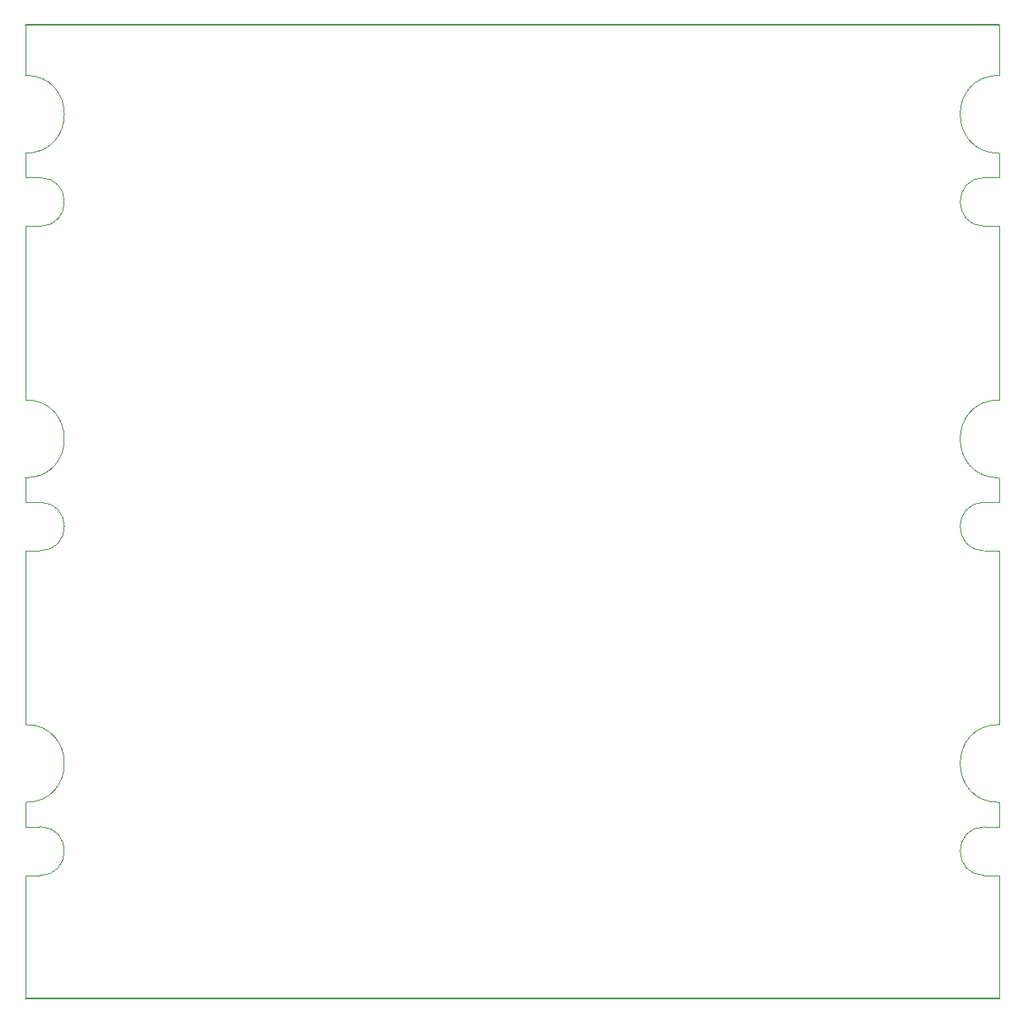
<source format=gbr>
G04 #@! TF.GenerationSoftware,KiCad,Pcbnew,5.1.0-rc2-unknown-d2d2101~82~ubuntu18.10.1*
G04 #@! TF.CreationDate,2019-03-08T13:09:04-05:00*
G04 #@! TF.ProjectId,Pack,5061636b-2e6b-4696-9361-645f70636258,rev?*
G04 #@! TF.SameCoordinates,Original*
G04 #@! TF.FileFunction,Profile,NP*
%FSLAX46Y46*%
G04 Gerber Fmt 4.6, Leading zero omitted, Abs format (unit mm)*
G04 Created by KiCad (PCBNEW 5.1.0-rc2-unknown-d2d2101~82~ubuntu18.10.1) date 2019-03-08 13:09:04*
%MOMM*%
%LPD*%
G04 APERTURE LIST*
%ADD10C,0.120000*%
%ADD11C,0.200000*%
G04 APERTURE END LIST*
D10*
X100000000Y-54017000D02*
X100000000Y-71850000D01*
X100000000Y-20684000D02*
X100000000Y-38517000D01*
X100000000Y-49017000D02*
X100000000Y-46517000D01*
X98500000Y-87350000D02*
X100000000Y-87350000D01*
X98500000Y-82350000D02*
X100000000Y-82350000D01*
X100000000Y-100000000D02*
X100000000Y-87350000D01*
X98500000Y-20684000D02*
X100000000Y-20684000D01*
X98500000Y-15684000D02*
X100000000Y-15684000D01*
X98500000Y-82350000D02*
G75*
G03X98500000Y-87350000I0J-2500000D01*
G01*
X98500000Y-54017000D02*
X100000000Y-54017000D01*
X98500000Y-15684000D02*
G75*
G03X98500000Y-20684000I0J-2500000D01*
G01*
X98500000Y-49016300D02*
G75*
G03X98500000Y-54017700I0J-2500700D01*
G01*
X100000000Y-15684000D02*
X100000000Y-13184000D01*
X100000000Y-82350000D02*
X100000000Y-79850000D01*
X100000000Y-71850000D02*
G75*
G03X100000000Y-79850000I0J-4000000D01*
G01*
X98500000Y-49017000D02*
X100000000Y-49017000D01*
X100000000Y-38517000D02*
G75*
G03X100000000Y-46517000I0J-4000000D01*
G01*
X100000000Y-5184000D02*
G75*
G03X100000000Y-13184000I0J-4000000D01*
G01*
X100000000Y0D02*
X100000000Y-5184000D01*
X0Y-100000000D02*
X0Y-87350000D01*
X0Y-82350000D02*
X0Y-79850000D01*
X1500000Y-87350000D02*
X0Y-87350000D01*
X1500000Y-82350000D02*
G75*
G02X1500000Y-87350000I0J-2500000D01*
G01*
X1500000Y-82350000D02*
X0Y-82350000D01*
X0Y-54017000D02*
X0Y-71850000D01*
X0Y-49017000D02*
X0Y-46517000D01*
X1500000Y-54017000D02*
X0Y-54017000D01*
X1500000Y-49017000D02*
X0Y-49017000D01*
X1500000Y-49017000D02*
G75*
G02X1500000Y-54017000I0J-2500000D01*
G01*
X1500000Y-20684000D02*
X0Y-20684000D01*
X0Y-20684000D02*
X0Y-38517000D01*
X0Y-15684000D02*
X0Y-13184000D01*
X1500000Y-15684000D02*
X0Y-15684000D01*
X1500000Y-15684000D02*
G75*
G02X1500000Y-20684000I0J-2500000D01*
G01*
X0Y-71850000D02*
G75*
G02X0Y-79850000I0J-4000000D01*
G01*
X0Y-5184000D02*
G75*
G02X0Y-13184000I0J-4000000D01*
G01*
X0Y-38517000D02*
G75*
G02X0Y-46517000I0J-4000000D01*
G01*
D11*
X100000000Y0D02*
X0Y0D01*
D10*
X0Y0D02*
X0Y-5184000D01*
D11*
X0Y-100000000D02*
X100000000Y-100000000D01*
M02*

</source>
